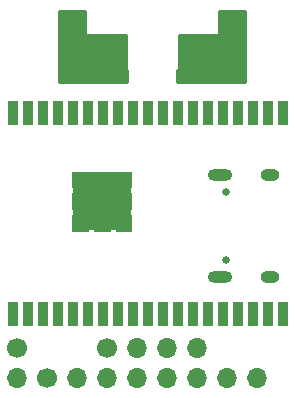
<source format=gbs>
G04 #@! TF.GenerationSoftware,KiCad,Pcbnew,5.1.9+dfsg1-1*
G04 #@! TF.CreationDate,2022-04-19T21:03:17+02:00*
G04 #@! TF.ProjectId,edgedriver,65646765-6472-4697-9665-722e6b696361,rev?*
G04 #@! TF.SameCoordinates,Original*
G04 #@! TF.FileFunction,Soldermask,Bot*
G04 #@! TF.FilePolarity,Negative*
%FSLAX46Y46*%
G04 Gerber Fmt 4.6, Leading zero omitted, Abs format (unit mm)*
G04 Created by KiCad (PCBNEW 5.1.9+dfsg1-1) date 2022-04-19 21:03:17*
%MOMM*%
%LPD*%
G01*
G04 APERTURE LIST*
%ADD10C,0.010000*%
%ADD11O,1.600000X1.000000*%
%ADD12C,0.650000*%
%ADD13O,2.100000X1.000000*%
%ADD14R,0.900000X2.000000*%
%ADD15R,5.000000X5.000000*%
%ADD16C,1.700000*%
%ADD17O,1.700000X1.700000*%
%ADD18C,0.254000*%
%ADD19C,0.100000*%
G04 APERTURE END LIST*
D10*
G36*
X-3090000Y13830000D02*
G01*
X-3090000Y12500000D01*
X-1760000Y12500000D01*
X-1760000Y13830000D01*
X-3090000Y13830000D01*
G37*
X-3090000Y13830000D02*
X-3090000Y12500000D01*
X-1760000Y12500000D01*
X-1760000Y13830000D01*
X-3090000Y13830000D01*
G36*
X-3090000Y15665000D02*
G01*
X-3090000Y14335000D01*
X-1760000Y14335000D01*
X-1760000Y15665000D01*
X-3090000Y15665000D01*
G37*
X-3090000Y15665000D02*
X-3090000Y14335000D01*
X-1760000Y14335000D01*
X-1760000Y15665000D01*
X-3090000Y15665000D01*
G36*
X-3090000Y17500000D02*
G01*
X-3090000Y16170000D01*
X-1760000Y16170000D01*
X-1760000Y17500000D01*
X-3090000Y17500000D01*
G37*
X-3090000Y17500000D02*
X-3090000Y16170000D01*
X-1760000Y16170000D01*
X-1760000Y17500000D01*
X-3090000Y17500000D01*
G36*
X-6760000Y17500000D02*
G01*
X-6760000Y16170000D01*
X-5430000Y16170000D01*
X-5430000Y17500000D01*
X-6760000Y17500000D01*
G37*
X-6760000Y17500000D02*
X-6760000Y16170000D01*
X-5430000Y16170000D01*
X-5430000Y17500000D01*
X-6760000Y17500000D01*
G36*
X-6760000Y15665000D02*
G01*
X-6760000Y14335000D01*
X-5430000Y14335000D01*
X-5430000Y15665000D01*
X-6760000Y15665000D01*
G37*
X-6760000Y15665000D02*
X-6760000Y14335000D01*
X-5430000Y14335000D01*
X-5430000Y15665000D01*
X-6760000Y15665000D01*
G36*
X-6760000Y13830000D02*
G01*
X-6760000Y12500000D01*
X-5430000Y12500000D01*
X-5430000Y13830000D01*
X-6760000Y13830000D01*
G37*
X-6760000Y13830000D02*
X-6760000Y12500000D01*
X-5430000Y12500000D01*
X-5430000Y13830000D01*
X-6760000Y13830000D01*
G36*
X-4925000Y13830000D02*
G01*
X-4925000Y12500000D01*
X-3595000Y12500000D01*
X-3595000Y13830000D01*
X-4925000Y13830000D01*
G37*
X-4925000Y13830000D02*
X-4925000Y12500000D01*
X-3595000Y12500000D01*
X-3595000Y13830000D01*
X-4925000Y13830000D01*
G36*
X-4925000Y17500000D02*
G01*
X-4925000Y16170000D01*
X-3595000Y16170000D01*
X-3595000Y17500000D01*
X-4925000Y17500000D01*
G37*
X-4925000Y17500000D02*
X-4925000Y16170000D01*
X-3595000Y16170000D01*
X-3595000Y17500000D01*
X-4925000Y17500000D01*
G36*
X-4925000Y15665000D02*
G01*
X-4925000Y14335000D01*
X-3595000Y14335000D01*
X-3595000Y15665000D01*
X-4925000Y15665000D01*
G37*
X-4925000Y15665000D02*
X-4925000Y14335000D01*
X-3595000Y14335000D01*
X-3595000Y15665000D01*
X-4925000Y15665000D01*
D11*
X9950000Y17220000D03*
D12*
X6300000Y15790000D03*
D11*
X9950000Y8580000D03*
D12*
X6300000Y10010000D03*
D13*
X5770000Y8580000D03*
X5770000Y17220000D03*
D14*
X-11760000Y22500000D03*
X-10490000Y22500000D03*
X-9220000Y22500000D03*
X-7950000Y22500000D03*
X-6680000Y22500000D03*
X-5410000Y22500000D03*
X-4140000Y22500000D03*
X-2870000Y22500000D03*
X-1600000Y22500000D03*
X-330000Y22500000D03*
X940000Y22500000D03*
X2210000Y22500000D03*
X3480000Y22500000D03*
X4750000Y22500000D03*
X6020000Y22500000D03*
X7290000Y22500000D03*
X8560000Y22500000D03*
X9830000Y22500000D03*
X11100000Y22500000D03*
X11100000Y5500000D03*
X9830000Y5500000D03*
X8560000Y5500000D03*
X7290000Y5500000D03*
X6020000Y5500000D03*
X4750000Y5500000D03*
X3480000Y5500000D03*
X2210000Y5500000D03*
X940000Y5500000D03*
X-330000Y5500000D03*
X-1600000Y5500000D03*
X-2870000Y5500000D03*
X-4140000Y5500000D03*
X-5410000Y5500000D03*
X-6680000Y5500000D03*
X-7950000Y5500000D03*
X-9220000Y5500000D03*
X-10490000Y5500000D03*
X-11760000Y5500000D03*
D15*
X-4260000Y15000000D03*
D16*
X-11430000Y2540000D03*
D17*
X-11430000Y0D03*
D16*
X-3810000Y2540000D03*
D17*
X-1270000Y2540000D03*
X1270000Y2540000D03*
X3810000Y2540000D03*
D16*
X-8890000Y0D03*
D17*
X-6350000Y0D03*
X-3810000Y0D03*
X-1270000Y0D03*
X1270000Y0D03*
X3810000Y0D03*
X6350000Y0D03*
X8890000Y0D03*
D18*
X-5649784Y31099910D02*
X-5649784Y29100034D01*
X-2249992Y29100034D01*
X-2249992Y26099698D01*
X-2127000Y26099698D01*
X-2127000Y25127000D01*
X-7873000Y25127000D01*
X-7873000Y31099995D01*
X-5649784Y31099910D01*
D19*
G36*
X-5649784Y31099910D02*
G01*
X-5649784Y29100034D01*
X-2249992Y29100034D01*
X-2249992Y26099698D01*
X-2127000Y26099698D01*
X-2127000Y25127000D01*
X-7873000Y25127000D01*
X-7873000Y31099995D01*
X-5649784Y31099910D01*
G37*
D18*
X7873000Y25127000D02*
X2127000Y25127000D01*
X2127000Y26099698D01*
X2249992Y26099698D01*
X2249992Y29100034D01*
X5649267Y29100034D01*
X5649267Y31099910D01*
X7873000Y31099910D01*
X7873000Y25127000D01*
D19*
G36*
X7873000Y25127000D02*
G01*
X2127000Y25127000D01*
X2127000Y26099698D01*
X2249992Y26099698D01*
X2249992Y29100034D01*
X5649267Y29100034D01*
X5649267Y31099910D01*
X7873000Y31099910D01*
X7873000Y25127000D01*
G37*
M02*

</source>
